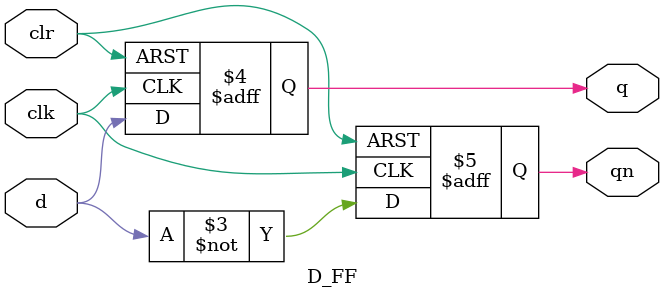
<source format=v>
module D_FF(d, clk, clr, q, qn);

input d, clk, clr;
output reg q;
output reg qn;

always @ (posedge clk or posedge clr)
if(clr == 1) begin
    q <= 0;
    qn <= 1;
end
else begin
    q <= d;
    qn <= ~d;
end


endmodule
</source>
